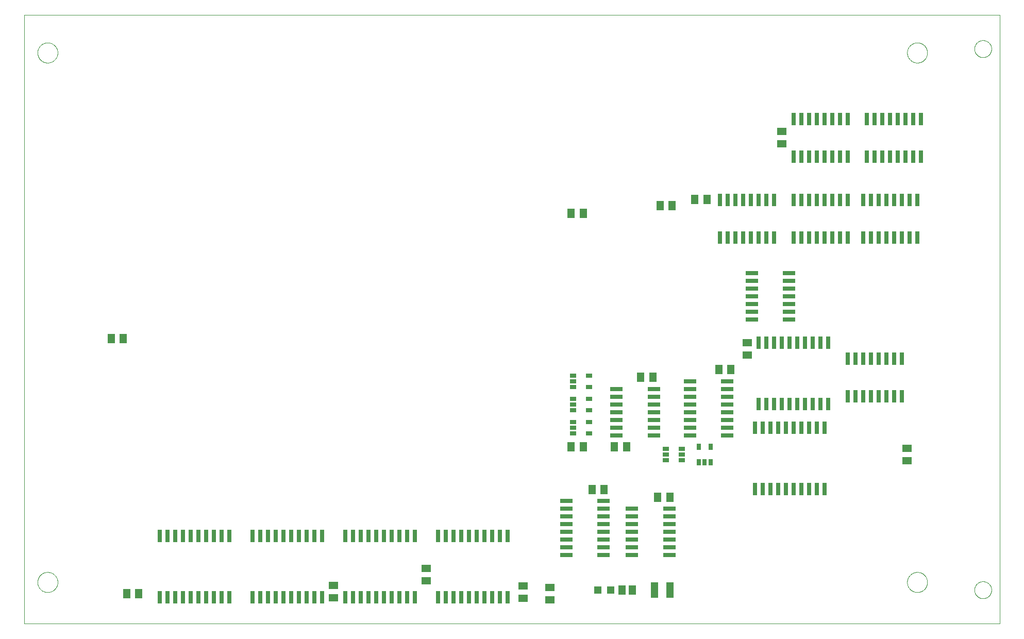
<source format=gtp>
G75*
%MOIN*%
%OFA0B0*%
%FSLAX25Y25*%
%IPPOS*%
%LPD*%
%AMOC8*
5,1,8,0,0,1.08239X$1,22.5*
%
%ADD10R,0.08000X0.02600*%
%ADD11R,0.02600X0.08000*%
%ADD12C,0.00000*%
%ADD13R,0.02717X0.03898*%
%ADD14R,0.03898X0.02717*%
%ADD15R,0.05118X0.06299*%
%ADD16R,0.06299X0.05118*%
%ADD17R,0.05118X0.05906*%
%ADD18R,0.04724X0.04724*%
%ADD19R,0.05000X0.10000*%
D10*
X0398733Y0118600D03*
X0398733Y0123600D03*
X0398733Y0128600D03*
X0398733Y0133600D03*
X0398733Y0138600D03*
X0398733Y0143600D03*
X0398733Y0148600D03*
X0398733Y0153600D03*
X0422933Y0153600D03*
X0422933Y0148600D03*
X0422933Y0143600D03*
X0422933Y0138600D03*
X0422933Y0133600D03*
X0422933Y0128600D03*
X0422933Y0123600D03*
X0422933Y0118600D03*
X0441233Y0118600D03*
X0441233Y0123600D03*
X0441233Y0128600D03*
X0441233Y0133600D03*
X0441233Y0138600D03*
X0441233Y0143600D03*
X0441233Y0148600D03*
X0465433Y0148600D03*
X0465433Y0143600D03*
X0465433Y0138600D03*
X0465433Y0133600D03*
X0465433Y0128600D03*
X0465433Y0123600D03*
X0465433Y0118600D03*
X0455433Y0196100D03*
X0455433Y0201100D03*
X0455433Y0206100D03*
X0455433Y0211100D03*
X0455433Y0216100D03*
X0455433Y0221100D03*
X0455433Y0226100D03*
X0478733Y0226100D03*
X0478733Y0221100D03*
X0478733Y0216100D03*
X0478733Y0211100D03*
X0478733Y0206100D03*
X0478733Y0201100D03*
X0478733Y0196100D03*
X0502933Y0196100D03*
X0502933Y0201100D03*
X0502933Y0206100D03*
X0502933Y0211100D03*
X0502933Y0216100D03*
X0502933Y0221100D03*
X0502933Y0226100D03*
X0502933Y0231100D03*
X0478733Y0231100D03*
X0431233Y0226100D03*
X0431233Y0221100D03*
X0431233Y0216100D03*
X0431233Y0211100D03*
X0431233Y0206100D03*
X0431233Y0201100D03*
X0431233Y0196100D03*
X0518733Y0271100D03*
X0518733Y0276100D03*
X0518733Y0281100D03*
X0518733Y0286100D03*
X0518733Y0291100D03*
X0518733Y0296100D03*
X0518733Y0301100D03*
X0542933Y0301100D03*
X0542933Y0296100D03*
X0542933Y0291100D03*
X0542933Y0286100D03*
X0542933Y0281100D03*
X0542933Y0276100D03*
X0542933Y0271100D03*
D11*
X0543333Y0255900D03*
X0538333Y0255900D03*
X0533333Y0255900D03*
X0528333Y0255900D03*
X0523333Y0255900D03*
X0548333Y0255900D03*
X0553333Y0255900D03*
X0558333Y0255900D03*
X0563333Y0255900D03*
X0568333Y0255900D03*
X0580833Y0245700D03*
X0585833Y0245700D03*
X0590833Y0245700D03*
X0595833Y0245700D03*
X0600833Y0245700D03*
X0605833Y0245700D03*
X0610833Y0245700D03*
X0615833Y0245700D03*
X0615833Y0221500D03*
X0610833Y0221500D03*
X0605833Y0221500D03*
X0600833Y0221500D03*
X0595833Y0221500D03*
X0590833Y0221500D03*
X0585833Y0221500D03*
X0580833Y0221500D03*
X0568333Y0216300D03*
X0563333Y0216300D03*
X0558333Y0216300D03*
X0553333Y0216300D03*
X0548333Y0216300D03*
X0543333Y0216300D03*
X0538333Y0216300D03*
X0533333Y0216300D03*
X0528333Y0216300D03*
X0523333Y0216300D03*
X0520833Y0200900D03*
X0525833Y0200900D03*
X0530833Y0200900D03*
X0535833Y0200900D03*
X0540833Y0200900D03*
X0545833Y0200900D03*
X0550833Y0200900D03*
X0555833Y0200900D03*
X0560833Y0200900D03*
X0565833Y0200900D03*
X0565833Y0161300D03*
X0560833Y0161300D03*
X0555833Y0161300D03*
X0550833Y0161300D03*
X0545833Y0161300D03*
X0540833Y0161300D03*
X0535833Y0161300D03*
X0530833Y0161300D03*
X0525833Y0161300D03*
X0520833Y0161300D03*
X0360833Y0130900D03*
X0355833Y0130900D03*
X0350833Y0130900D03*
X0345833Y0130900D03*
X0340833Y0130900D03*
X0335833Y0130900D03*
X0330833Y0130900D03*
X0325833Y0130900D03*
X0320833Y0130900D03*
X0315833Y0130900D03*
X0300833Y0130900D03*
X0295833Y0130900D03*
X0290833Y0130900D03*
X0285833Y0130900D03*
X0280833Y0130900D03*
X0275833Y0130900D03*
X0270833Y0130900D03*
X0265833Y0130900D03*
X0260833Y0130900D03*
X0255833Y0130900D03*
X0240833Y0130900D03*
X0235833Y0130900D03*
X0230833Y0130900D03*
X0225833Y0130900D03*
X0220833Y0130900D03*
X0215833Y0130900D03*
X0210833Y0130900D03*
X0205833Y0130900D03*
X0200833Y0130900D03*
X0195833Y0130900D03*
X0180833Y0130900D03*
X0175833Y0130900D03*
X0170833Y0130900D03*
X0165833Y0130900D03*
X0160833Y0130900D03*
X0155833Y0130900D03*
X0150833Y0130900D03*
X0145833Y0130900D03*
X0140833Y0130900D03*
X0135833Y0130900D03*
X0135833Y0091300D03*
X0140833Y0091300D03*
X0145833Y0091300D03*
X0150833Y0091300D03*
X0155833Y0091300D03*
X0160833Y0091300D03*
X0165833Y0091300D03*
X0170833Y0091300D03*
X0175833Y0091300D03*
X0180833Y0091300D03*
X0195833Y0091300D03*
X0200833Y0091300D03*
X0205833Y0091300D03*
X0210833Y0091300D03*
X0215833Y0091300D03*
X0220833Y0091300D03*
X0225833Y0091300D03*
X0230833Y0091300D03*
X0235833Y0091300D03*
X0240833Y0091300D03*
X0255833Y0091300D03*
X0260833Y0091300D03*
X0265833Y0091300D03*
X0270833Y0091300D03*
X0275833Y0091300D03*
X0280833Y0091300D03*
X0285833Y0091300D03*
X0290833Y0091300D03*
X0295833Y0091300D03*
X0300833Y0091300D03*
X0315833Y0091300D03*
X0320833Y0091300D03*
X0325833Y0091300D03*
X0330833Y0091300D03*
X0335833Y0091300D03*
X0340833Y0091300D03*
X0345833Y0091300D03*
X0350833Y0091300D03*
X0355833Y0091300D03*
X0360833Y0091300D03*
X0498333Y0324000D03*
X0503333Y0324000D03*
X0508333Y0324000D03*
X0513333Y0324000D03*
X0518333Y0324000D03*
X0523333Y0324000D03*
X0528333Y0324000D03*
X0533333Y0324000D03*
X0545833Y0324000D03*
X0550833Y0324000D03*
X0555833Y0324000D03*
X0560833Y0324000D03*
X0565833Y0324000D03*
X0570833Y0324000D03*
X0575833Y0324000D03*
X0580833Y0324000D03*
X0590833Y0324000D03*
X0595833Y0324000D03*
X0600833Y0324000D03*
X0605833Y0324000D03*
X0610833Y0324000D03*
X0615833Y0324000D03*
X0620833Y0324000D03*
X0625833Y0324000D03*
X0625833Y0348200D03*
X0620833Y0348200D03*
X0615833Y0348200D03*
X0610833Y0348200D03*
X0605833Y0348200D03*
X0600833Y0348200D03*
X0595833Y0348200D03*
X0590833Y0348200D03*
X0580833Y0348200D03*
X0575833Y0348200D03*
X0570833Y0348200D03*
X0565833Y0348200D03*
X0560833Y0348200D03*
X0555833Y0348200D03*
X0550833Y0348200D03*
X0545833Y0348200D03*
X0533333Y0348200D03*
X0528333Y0348200D03*
X0523333Y0348200D03*
X0518333Y0348200D03*
X0513333Y0348200D03*
X0508333Y0348200D03*
X0503333Y0348200D03*
X0498333Y0348200D03*
X0545833Y0376500D03*
X0550833Y0376500D03*
X0555833Y0376500D03*
X0560833Y0376500D03*
X0565833Y0376500D03*
X0570833Y0376500D03*
X0575833Y0376500D03*
X0580833Y0376500D03*
X0593333Y0376500D03*
X0598333Y0376500D03*
X0603333Y0376500D03*
X0608333Y0376500D03*
X0613333Y0376500D03*
X0618333Y0376500D03*
X0623333Y0376500D03*
X0628333Y0376500D03*
X0628333Y0400700D03*
X0623333Y0400700D03*
X0618333Y0400700D03*
X0613333Y0400700D03*
X0608333Y0400700D03*
X0603333Y0400700D03*
X0598333Y0400700D03*
X0593333Y0400700D03*
X0580833Y0400700D03*
X0575833Y0400700D03*
X0570833Y0400700D03*
X0565833Y0400700D03*
X0560833Y0400700D03*
X0555833Y0400700D03*
X0550833Y0400700D03*
X0545833Y0400700D03*
D12*
X0048333Y0468000D02*
X0048333Y0074200D01*
X0679333Y0074200D01*
X0679333Y0468000D01*
X0048333Y0468000D01*
X0056833Y0443600D02*
X0056835Y0443761D01*
X0056841Y0443921D01*
X0056851Y0444082D01*
X0056865Y0444242D01*
X0056883Y0444402D01*
X0056904Y0444561D01*
X0056930Y0444720D01*
X0056960Y0444878D01*
X0056993Y0445035D01*
X0057031Y0445192D01*
X0057072Y0445347D01*
X0057117Y0445501D01*
X0057166Y0445654D01*
X0057219Y0445806D01*
X0057275Y0445957D01*
X0057336Y0446106D01*
X0057399Y0446254D01*
X0057467Y0446400D01*
X0057538Y0446544D01*
X0057612Y0446686D01*
X0057690Y0446827D01*
X0057772Y0446965D01*
X0057857Y0447102D01*
X0057945Y0447236D01*
X0058037Y0447368D01*
X0058132Y0447498D01*
X0058230Y0447626D01*
X0058331Y0447751D01*
X0058435Y0447873D01*
X0058542Y0447993D01*
X0058652Y0448110D01*
X0058765Y0448225D01*
X0058881Y0448336D01*
X0059000Y0448445D01*
X0059121Y0448550D01*
X0059245Y0448653D01*
X0059371Y0448753D01*
X0059499Y0448849D01*
X0059630Y0448942D01*
X0059764Y0449032D01*
X0059899Y0449119D01*
X0060037Y0449202D01*
X0060176Y0449282D01*
X0060318Y0449358D01*
X0060461Y0449431D01*
X0060606Y0449500D01*
X0060753Y0449566D01*
X0060901Y0449628D01*
X0061051Y0449686D01*
X0061202Y0449741D01*
X0061355Y0449792D01*
X0061509Y0449839D01*
X0061664Y0449882D01*
X0061820Y0449921D01*
X0061976Y0449957D01*
X0062134Y0449988D01*
X0062292Y0450016D01*
X0062451Y0450040D01*
X0062611Y0450060D01*
X0062771Y0450076D01*
X0062931Y0450088D01*
X0063092Y0450096D01*
X0063253Y0450100D01*
X0063413Y0450100D01*
X0063574Y0450096D01*
X0063735Y0450088D01*
X0063895Y0450076D01*
X0064055Y0450060D01*
X0064215Y0450040D01*
X0064374Y0450016D01*
X0064532Y0449988D01*
X0064690Y0449957D01*
X0064846Y0449921D01*
X0065002Y0449882D01*
X0065157Y0449839D01*
X0065311Y0449792D01*
X0065464Y0449741D01*
X0065615Y0449686D01*
X0065765Y0449628D01*
X0065913Y0449566D01*
X0066060Y0449500D01*
X0066205Y0449431D01*
X0066348Y0449358D01*
X0066490Y0449282D01*
X0066629Y0449202D01*
X0066767Y0449119D01*
X0066902Y0449032D01*
X0067036Y0448942D01*
X0067167Y0448849D01*
X0067295Y0448753D01*
X0067421Y0448653D01*
X0067545Y0448550D01*
X0067666Y0448445D01*
X0067785Y0448336D01*
X0067901Y0448225D01*
X0068014Y0448110D01*
X0068124Y0447993D01*
X0068231Y0447873D01*
X0068335Y0447751D01*
X0068436Y0447626D01*
X0068534Y0447498D01*
X0068629Y0447368D01*
X0068721Y0447236D01*
X0068809Y0447102D01*
X0068894Y0446965D01*
X0068976Y0446827D01*
X0069054Y0446686D01*
X0069128Y0446544D01*
X0069199Y0446400D01*
X0069267Y0446254D01*
X0069330Y0446106D01*
X0069391Y0445957D01*
X0069447Y0445806D01*
X0069500Y0445654D01*
X0069549Y0445501D01*
X0069594Y0445347D01*
X0069635Y0445192D01*
X0069673Y0445035D01*
X0069706Y0444878D01*
X0069736Y0444720D01*
X0069762Y0444561D01*
X0069783Y0444402D01*
X0069801Y0444242D01*
X0069815Y0444082D01*
X0069825Y0443921D01*
X0069831Y0443761D01*
X0069833Y0443600D01*
X0069831Y0443439D01*
X0069825Y0443279D01*
X0069815Y0443118D01*
X0069801Y0442958D01*
X0069783Y0442798D01*
X0069762Y0442639D01*
X0069736Y0442480D01*
X0069706Y0442322D01*
X0069673Y0442165D01*
X0069635Y0442008D01*
X0069594Y0441853D01*
X0069549Y0441699D01*
X0069500Y0441546D01*
X0069447Y0441394D01*
X0069391Y0441243D01*
X0069330Y0441094D01*
X0069267Y0440946D01*
X0069199Y0440800D01*
X0069128Y0440656D01*
X0069054Y0440514D01*
X0068976Y0440373D01*
X0068894Y0440235D01*
X0068809Y0440098D01*
X0068721Y0439964D01*
X0068629Y0439832D01*
X0068534Y0439702D01*
X0068436Y0439574D01*
X0068335Y0439449D01*
X0068231Y0439327D01*
X0068124Y0439207D01*
X0068014Y0439090D01*
X0067901Y0438975D01*
X0067785Y0438864D01*
X0067666Y0438755D01*
X0067545Y0438650D01*
X0067421Y0438547D01*
X0067295Y0438447D01*
X0067167Y0438351D01*
X0067036Y0438258D01*
X0066902Y0438168D01*
X0066767Y0438081D01*
X0066629Y0437998D01*
X0066490Y0437918D01*
X0066348Y0437842D01*
X0066205Y0437769D01*
X0066060Y0437700D01*
X0065913Y0437634D01*
X0065765Y0437572D01*
X0065615Y0437514D01*
X0065464Y0437459D01*
X0065311Y0437408D01*
X0065157Y0437361D01*
X0065002Y0437318D01*
X0064846Y0437279D01*
X0064690Y0437243D01*
X0064532Y0437212D01*
X0064374Y0437184D01*
X0064215Y0437160D01*
X0064055Y0437140D01*
X0063895Y0437124D01*
X0063735Y0437112D01*
X0063574Y0437104D01*
X0063413Y0437100D01*
X0063253Y0437100D01*
X0063092Y0437104D01*
X0062931Y0437112D01*
X0062771Y0437124D01*
X0062611Y0437140D01*
X0062451Y0437160D01*
X0062292Y0437184D01*
X0062134Y0437212D01*
X0061976Y0437243D01*
X0061820Y0437279D01*
X0061664Y0437318D01*
X0061509Y0437361D01*
X0061355Y0437408D01*
X0061202Y0437459D01*
X0061051Y0437514D01*
X0060901Y0437572D01*
X0060753Y0437634D01*
X0060606Y0437700D01*
X0060461Y0437769D01*
X0060318Y0437842D01*
X0060176Y0437918D01*
X0060037Y0437998D01*
X0059899Y0438081D01*
X0059764Y0438168D01*
X0059630Y0438258D01*
X0059499Y0438351D01*
X0059371Y0438447D01*
X0059245Y0438547D01*
X0059121Y0438650D01*
X0059000Y0438755D01*
X0058881Y0438864D01*
X0058765Y0438975D01*
X0058652Y0439090D01*
X0058542Y0439207D01*
X0058435Y0439327D01*
X0058331Y0439449D01*
X0058230Y0439574D01*
X0058132Y0439702D01*
X0058037Y0439832D01*
X0057945Y0439964D01*
X0057857Y0440098D01*
X0057772Y0440235D01*
X0057690Y0440373D01*
X0057612Y0440514D01*
X0057538Y0440656D01*
X0057467Y0440800D01*
X0057399Y0440946D01*
X0057336Y0441094D01*
X0057275Y0441243D01*
X0057219Y0441394D01*
X0057166Y0441546D01*
X0057117Y0441699D01*
X0057072Y0441853D01*
X0057031Y0442008D01*
X0056993Y0442165D01*
X0056960Y0442322D01*
X0056930Y0442480D01*
X0056904Y0442639D01*
X0056883Y0442798D01*
X0056865Y0442958D01*
X0056851Y0443118D01*
X0056841Y0443279D01*
X0056835Y0443439D01*
X0056833Y0443600D01*
X0056833Y0101100D02*
X0056835Y0101261D01*
X0056841Y0101421D01*
X0056851Y0101582D01*
X0056865Y0101742D01*
X0056883Y0101902D01*
X0056904Y0102061D01*
X0056930Y0102220D01*
X0056960Y0102378D01*
X0056993Y0102535D01*
X0057031Y0102692D01*
X0057072Y0102847D01*
X0057117Y0103001D01*
X0057166Y0103154D01*
X0057219Y0103306D01*
X0057275Y0103457D01*
X0057336Y0103606D01*
X0057399Y0103754D01*
X0057467Y0103900D01*
X0057538Y0104044D01*
X0057612Y0104186D01*
X0057690Y0104327D01*
X0057772Y0104465D01*
X0057857Y0104602D01*
X0057945Y0104736D01*
X0058037Y0104868D01*
X0058132Y0104998D01*
X0058230Y0105126D01*
X0058331Y0105251D01*
X0058435Y0105373D01*
X0058542Y0105493D01*
X0058652Y0105610D01*
X0058765Y0105725D01*
X0058881Y0105836D01*
X0059000Y0105945D01*
X0059121Y0106050D01*
X0059245Y0106153D01*
X0059371Y0106253D01*
X0059499Y0106349D01*
X0059630Y0106442D01*
X0059764Y0106532D01*
X0059899Y0106619D01*
X0060037Y0106702D01*
X0060176Y0106782D01*
X0060318Y0106858D01*
X0060461Y0106931D01*
X0060606Y0107000D01*
X0060753Y0107066D01*
X0060901Y0107128D01*
X0061051Y0107186D01*
X0061202Y0107241D01*
X0061355Y0107292D01*
X0061509Y0107339D01*
X0061664Y0107382D01*
X0061820Y0107421D01*
X0061976Y0107457D01*
X0062134Y0107488D01*
X0062292Y0107516D01*
X0062451Y0107540D01*
X0062611Y0107560D01*
X0062771Y0107576D01*
X0062931Y0107588D01*
X0063092Y0107596D01*
X0063253Y0107600D01*
X0063413Y0107600D01*
X0063574Y0107596D01*
X0063735Y0107588D01*
X0063895Y0107576D01*
X0064055Y0107560D01*
X0064215Y0107540D01*
X0064374Y0107516D01*
X0064532Y0107488D01*
X0064690Y0107457D01*
X0064846Y0107421D01*
X0065002Y0107382D01*
X0065157Y0107339D01*
X0065311Y0107292D01*
X0065464Y0107241D01*
X0065615Y0107186D01*
X0065765Y0107128D01*
X0065913Y0107066D01*
X0066060Y0107000D01*
X0066205Y0106931D01*
X0066348Y0106858D01*
X0066490Y0106782D01*
X0066629Y0106702D01*
X0066767Y0106619D01*
X0066902Y0106532D01*
X0067036Y0106442D01*
X0067167Y0106349D01*
X0067295Y0106253D01*
X0067421Y0106153D01*
X0067545Y0106050D01*
X0067666Y0105945D01*
X0067785Y0105836D01*
X0067901Y0105725D01*
X0068014Y0105610D01*
X0068124Y0105493D01*
X0068231Y0105373D01*
X0068335Y0105251D01*
X0068436Y0105126D01*
X0068534Y0104998D01*
X0068629Y0104868D01*
X0068721Y0104736D01*
X0068809Y0104602D01*
X0068894Y0104465D01*
X0068976Y0104327D01*
X0069054Y0104186D01*
X0069128Y0104044D01*
X0069199Y0103900D01*
X0069267Y0103754D01*
X0069330Y0103606D01*
X0069391Y0103457D01*
X0069447Y0103306D01*
X0069500Y0103154D01*
X0069549Y0103001D01*
X0069594Y0102847D01*
X0069635Y0102692D01*
X0069673Y0102535D01*
X0069706Y0102378D01*
X0069736Y0102220D01*
X0069762Y0102061D01*
X0069783Y0101902D01*
X0069801Y0101742D01*
X0069815Y0101582D01*
X0069825Y0101421D01*
X0069831Y0101261D01*
X0069833Y0101100D01*
X0069831Y0100939D01*
X0069825Y0100779D01*
X0069815Y0100618D01*
X0069801Y0100458D01*
X0069783Y0100298D01*
X0069762Y0100139D01*
X0069736Y0099980D01*
X0069706Y0099822D01*
X0069673Y0099665D01*
X0069635Y0099508D01*
X0069594Y0099353D01*
X0069549Y0099199D01*
X0069500Y0099046D01*
X0069447Y0098894D01*
X0069391Y0098743D01*
X0069330Y0098594D01*
X0069267Y0098446D01*
X0069199Y0098300D01*
X0069128Y0098156D01*
X0069054Y0098014D01*
X0068976Y0097873D01*
X0068894Y0097735D01*
X0068809Y0097598D01*
X0068721Y0097464D01*
X0068629Y0097332D01*
X0068534Y0097202D01*
X0068436Y0097074D01*
X0068335Y0096949D01*
X0068231Y0096827D01*
X0068124Y0096707D01*
X0068014Y0096590D01*
X0067901Y0096475D01*
X0067785Y0096364D01*
X0067666Y0096255D01*
X0067545Y0096150D01*
X0067421Y0096047D01*
X0067295Y0095947D01*
X0067167Y0095851D01*
X0067036Y0095758D01*
X0066902Y0095668D01*
X0066767Y0095581D01*
X0066629Y0095498D01*
X0066490Y0095418D01*
X0066348Y0095342D01*
X0066205Y0095269D01*
X0066060Y0095200D01*
X0065913Y0095134D01*
X0065765Y0095072D01*
X0065615Y0095014D01*
X0065464Y0094959D01*
X0065311Y0094908D01*
X0065157Y0094861D01*
X0065002Y0094818D01*
X0064846Y0094779D01*
X0064690Y0094743D01*
X0064532Y0094712D01*
X0064374Y0094684D01*
X0064215Y0094660D01*
X0064055Y0094640D01*
X0063895Y0094624D01*
X0063735Y0094612D01*
X0063574Y0094604D01*
X0063413Y0094600D01*
X0063253Y0094600D01*
X0063092Y0094604D01*
X0062931Y0094612D01*
X0062771Y0094624D01*
X0062611Y0094640D01*
X0062451Y0094660D01*
X0062292Y0094684D01*
X0062134Y0094712D01*
X0061976Y0094743D01*
X0061820Y0094779D01*
X0061664Y0094818D01*
X0061509Y0094861D01*
X0061355Y0094908D01*
X0061202Y0094959D01*
X0061051Y0095014D01*
X0060901Y0095072D01*
X0060753Y0095134D01*
X0060606Y0095200D01*
X0060461Y0095269D01*
X0060318Y0095342D01*
X0060176Y0095418D01*
X0060037Y0095498D01*
X0059899Y0095581D01*
X0059764Y0095668D01*
X0059630Y0095758D01*
X0059499Y0095851D01*
X0059371Y0095947D01*
X0059245Y0096047D01*
X0059121Y0096150D01*
X0059000Y0096255D01*
X0058881Y0096364D01*
X0058765Y0096475D01*
X0058652Y0096590D01*
X0058542Y0096707D01*
X0058435Y0096827D01*
X0058331Y0096949D01*
X0058230Y0097074D01*
X0058132Y0097202D01*
X0058037Y0097332D01*
X0057945Y0097464D01*
X0057857Y0097598D01*
X0057772Y0097735D01*
X0057690Y0097873D01*
X0057612Y0098014D01*
X0057538Y0098156D01*
X0057467Y0098300D01*
X0057399Y0098446D01*
X0057336Y0098594D01*
X0057275Y0098743D01*
X0057219Y0098894D01*
X0057166Y0099046D01*
X0057117Y0099199D01*
X0057072Y0099353D01*
X0057031Y0099508D01*
X0056993Y0099665D01*
X0056960Y0099822D01*
X0056930Y0099980D01*
X0056904Y0100139D01*
X0056883Y0100298D01*
X0056865Y0100458D01*
X0056851Y0100618D01*
X0056841Y0100779D01*
X0056835Y0100939D01*
X0056833Y0101100D01*
X0619333Y0101100D02*
X0619335Y0101261D01*
X0619341Y0101421D01*
X0619351Y0101582D01*
X0619365Y0101742D01*
X0619383Y0101902D01*
X0619404Y0102061D01*
X0619430Y0102220D01*
X0619460Y0102378D01*
X0619493Y0102535D01*
X0619531Y0102692D01*
X0619572Y0102847D01*
X0619617Y0103001D01*
X0619666Y0103154D01*
X0619719Y0103306D01*
X0619775Y0103457D01*
X0619836Y0103606D01*
X0619899Y0103754D01*
X0619967Y0103900D01*
X0620038Y0104044D01*
X0620112Y0104186D01*
X0620190Y0104327D01*
X0620272Y0104465D01*
X0620357Y0104602D01*
X0620445Y0104736D01*
X0620537Y0104868D01*
X0620632Y0104998D01*
X0620730Y0105126D01*
X0620831Y0105251D01*
X0620935Y0105373D01*
X0621042Y0105493D01*
X0621152Y0105610D01*
X0621265Y0105725D01*
X0621381Y0105836D01*
X0621500Y0105945D01*
X0621621Y0106050D01*
X0621745Y0106153D01*
X0621871Y0106253D01*
X0621999Y0106349D01*
X0622130Y0106442D01*
X0622264Y0106532D01*
X0622399Y0106619D01*
X0622537Y0106702D01*
X0622676Y0106782D01*
X0622818Y0106858D01*
X0622961Y0106931D01*
X0623106Y0107000D01*
X0623253Y0107066D01*
X0623401Y0107128D01*
X0623551Y0107186D01*
X0623702Y0107241D01*
X0623855Y0107292D01*
X0624009Y0107339D01*
X0624164Y0107382D01*
X0624320Y0107421D01*
X0624476Y0107457D01*
X0624634Y0107488D01*
X0624792Y0107516D01*
X0624951Y0107540D01*
X0625111Y0107560D01*
X0625271Y0107576D01*
X0625431Y0107588D01*
X0625592Y0107596D01*
X0625753Y0107600D01*
X0625913Y0107600D01*
X0626074Y0107596D01*
X0626235Y0107588D01*
X0626395Y0107576D01*
X0626555Y0107560D01*
X0626715Y0107540D01*
X0626874Y0107516D01*
X0627032Y0107488D01*
X0627190Y0107457D01*
X0627346Y0107421D01*
X0627502Y0107382D01*
X0627657Y0107339D01*
X0627811Y0107292D01*
X0627964Y0107241D01*
X0628115Y0107186D01*
X0628265Y0107128D01*
X0628413Y0107066D01*
X0628560Y0107000D01*
X0628705Y0106931D01*
X0628848Y0106858D01*
X0628990Y0106782D01*
X0629129Y0106702D01*
X0629267Y0106619D01*
X0629402Y0106532D01*
X0629536Y0106442D01*
X0629667Y0106349D01*
X0629795Y0106253D01*
X0629921Y0106153D01*
X0630045Y0106050D01*
X0630166Y0105945D01*
X0630285Y0105836D01*
X0630401Y0105725D01*
X0630514Y0105610D01*
X0630624Y0105493D01*
X0630731Y0105373D01*
X0630835Y0105251D01*
X0630936Y0105126D01*
X0631034Y0104998D01*
X0631129Y0104868D01*
X0631221Y0104736D01*
X0631309Y0104602D01*
X0631394Y0104465D01*
X0631476Y0104327D01*
X0631554Y0104186D01*
X0631628Y0104044D01*
X0631699Y0103900D01*
X0631767Y0103754D01*
X0631830Y0103606D01*
X0631891Y0103457D01*
X0631947Y0103306D01*
X0632000Y0103154D01*
X0632049Y0103001D01*
X0632094Y0102847D01*
X0632135Y0102692D01*
X0632173Y0102535D01*
X0632206Y0102378D01*
X0632236Y0102220D01*
X0632262Y0102061D01*
X0632283Y0101902D01*
X0632301Y0101742D01*
X0632315Y0101582D01*
X0632325Y0101421D01*
X0632331Y0101261D01*
X0632333Y0101100D01*
X0632331Y0100939D01*
X0632325Y0100779D01*
X0632315Y0100618D01*
X0632301Y0100458D01*
X0632283Y0100298D01*
X0632262Y0100139D01*
X0632236Y0099980D01*
X0632206Y0099822D01*
X0632173Y0099665D01*
X0632135Y0099508D01*
X0632094Y0099353D01*
X0632049Y0099199D01*
X0632000Y0099046D01*
X0631947Y0098894D01*
X0631891Y0098743D01*
X0631830Y0098594D01*
X0631767Y0098446D01*
X0631699Y0098300D01*
X0631628Y0098156D01*
X0631554Y0098014D01*
X0631476Y0097873D01*
X0631394Y0097735D01*
X0631309Y0097598D01*
X0631221Y0097464D01*
X0631129Y0097332D01*
X0631034Y0097202D01*
X0630936Y0097074D01*
X0630835Y0096949D01*
X0630731Y0096827D01*
X0630624Y0096707D01*
X0630514Y0096590D01*
X0630401Y0096475D01*
X0630285Y0096364D01*
X0630166Y0096255D01*
X0630045Y0096150D01*
X0629921Y0096047D01*
X0629795Y0095947D01*
X0629667Y0095851D01*
X0629536Y0095758D01*
X0629402Y0095668D01*
X0629267Y0095581D01*
X0629129Y0095498D01*
X0628990Y0095418D01*
X0628848Y0095342D01*
X0628705Y0095269D01*
X0628560Y0095200D01*
X0628413Y0095134D01*
X0628265Y0095072D01*
X0628115Y0095014D01*
X0627964Y0094959D01*
X0627811Y0094908D01*
X0627657Y0094861D01*
X0627502Y0094818D01*
X0627346Y0094779D01*
X0627190Y0094743D01*
X0627032Y0094712D01*
X0626874Y0094684D01*
X0626715Y0094660D01*
X0626555Y0094640D01*
X0626395Y0094624D01*
X0626235Y0094612D01*
X0626074Y0094604D01*
X0625913Y0094600D01*
X0625753Y0094600D01*
X0625592Y0094604D01*
X0625431Y0094612D01*
X0625271Y0094624D01*
X0625111Y0094640D01*
X0624951Y0094660D01*
X0624792Y0094684D01*
X0624634Y0094712D01*
X0624476Y0094743D01*
X0624320Y0094779D01*
X0624164Y0094818D01*
X0624009Y0094861D01*
X0623855Y0094908D01*
X0623702Y0094959D01*
X0623551Y0095014D01*
X0623401Y0095072D01*
X0623253Y0095134D01*
X0623106Y0095200D01*
X0622961Y0095269D01*
X0622818Y0095342D01*
X0622676Y0095418D01*
X0622537Y0095498D01*
X0622399Y0095581D01*
X0622264Y0095668D01*
X0622130Y0095758D01*
X0621999Y0095851D01*
X0621871Y0095947D01*
X0621745Y0096047D01*
X0621621Y0096150D01*
X0621500Y0096255D01*
X0621381Y0096364D01*
X0621265Y0096475D01*
X0621152Y0096590D01*
X0621042Y0096707D01*
X0620935Y0096827D01*
X0620831Y0096949D01*
X0620730Y0097074D01*
X0620632Y0097202D01*
X0620537Y0097332D01*
X0620445Y0097464D01*
X0620357Y0097598D01*
X0620272Y0097735D01*
X0620190Y0097873D01*
X0620112Y0098014D01*
X0620038Y0098156D01*
X0619967Y0098300D01*
X0619899Y0098446D01*
X0619836Y0098594D01*
X0619775Y0098743D01*
X0619719Y0098894D01*
X0619666Y0099046D01*
X0619617Y0099199D01*
X0619572Y0099353D01*
X0619531Y0099508D01*
X0619493Y0099665D01*
X0619460Y0099822D01*
X0619430Y0099980D01*
X0619404Y0100139D01*
X0619383Y0100298D01*
X0619365Y0100458D01*
X0619351Y0100618D01*
X0619341Y0100779D01*
X0619335Y0100939D01*
X0619333Y0101100D01*
X0662833Y0096100D02*
X0662835Y0096248D01*
X0662841Y0096396D01*
X0662851Y0096544D01*
X0662865Y0096692D01*
X0662883Y0096839D01*
X0662905Y0096986D01*
X0662931Y0097132D01*
X0662960Y0097277D01*
X0662994Y0097422D01*
X0663032Y0097565D01*
X0663073Y0097708D01*
X0663118Y0097849D01*
X0663168Y0097989D01*
X0663220Y0098127D01*
X0663277Y0098265D01*
X0663337Y0098400D01*
X0663401Y0098534D01*
X0663468Y0098666D01*
X0663539Y0098796D01*
X0663614Y0098925D01*
X0663692Y0099051D01*
X0663773Y0099175D01*
X0663857Y0099297D01*
X0663945Y0099416D01*
X0664036Y0099533D01*
X0664130Y0099648D01*
X0664228Y0099760D01*
X0664328Y0099869D01*
X0664431Y0099976D01*
X0664537Y0100080D01*
X0664645Y0100181D01*
X0664757Y0100279D01*
X0664871Y0100374D01*
X0664987Y0100465D01*
X0665106Y0100554D01*
X0665227Y0100639D01*
X0665351Y0100721D01*
X0665477Y0100800D01*
X0665604Y0100875D01*
X0665734Y0100947D01*
X0665866Y0101016D01*
X0665999Y0101080D01*
X0666134Y0101141D01*
X0666271Y0101199D01*
X0666409Y0101253D01*
X0666549Y0101303D01*
X0666690Y0101349D01*
X0666832Y0101391D01*
X0666975Y0101430D01*
X0667119Y0101464D01*
X0667265Y0101495D01*
X0667410Y0101522D01*
X0667557Y0101545D01*
X0667704Y0101564D01*
X0667852Y0101579D01*
X0667999Y0101590D01*
X0668148Y0101597D01*
X0668296Y0101600D01*
X0668444Y0101599D01*
X0668592Y0101594D01*
X0668740Y0101585D01*
X0668888Y0101572D01*
X0669036Y0101555D01*
X0669182Y0101534D01*
X0669329Y0101509D01*
X0669474Y0101480D01*
X0669619Y0101448D01*
X0669762Y0101411D01*
X0669905Y0101371D01*
X0670047Y0101326D01*
X0670187Y0101278D01*
X0670326Y0101226D01*
X0670463Y0101171D01*
X0670599Y0101111D01*
X0670734Y0101048D01*
X0670866Y0100982D01*
X0670997Y0100912D01*
X0671126Y0100838D01*
X0671252Y0100761D01*
X0671377Y0100681D01*
X0671499Y0100597D01*
X0671620Y0100510D01*
X0671737Y0100420D01*
X0671853Y0100326D01*
X0671965Y0100230D01*
X0672075Y0100131D01*
X0672183Y0100028D01*
X0672287Y0099923D01*
X0672389Y0099815D01*
X0672487Y0099704D01*
X0672583Y0099591D01*
X0672676Y0099475D01*
X0672765Y0099357D01*
X0672851Y0099236D01*
X0672934Y0099113D01*
X0673014Y0098988D01*
X0673090Y0098861D01*
X0673163Y0098731D01*
X0673232Y0098600D01*
X0673297Y0098467D01*
X0673360Y0098333D01*
X0673418Y0098196D01*
X0673473Y0098058D01*
X0673523Y0097919D01*
X0673571Y0097778D01*
X0673614Y0097637D01*
X0673654Y0097494D01*
X0673689Y0097350D01*
X0673721Y0097205D01*
X0673749Y0097059D01*
X0673773Y0096913D01*
X0673793Y0096766D01*
X0673809Y0096618D01*
X0673821Y0096471D01*
X0673829Y0096322D01*
X0673833Y0096174D01*
X0673833Y0096026D01*
X0673829Y0095878D01*
X0673821Y0095729D01*
X0673809Y0095582D01*
X0673793Y0095434D01*
X0673773Y0095287D01*
X0673749Y0095141D01*
X0673721Y0094995D01*
X0673689Y0094850D01*
X0673654Y0094706D01*
X0673614Y0094563D01*
X0673571Y0094422D01*
X0673523Y0094281D01*
X0673473Y0094142D01*
X0673418Y0094004D01*
X0673360Y0093867D01*
X0673297Y0093733D01*
X0673232Y0093600D01*
X0673163Y0093469D01*
X0673090Y0093339D01*
X0673014Y0093212D01*
X0672934Y0093087D01*
X0672851Y0092964D01*
X0672765Y0092843D01*
X0672676Y0092725D01*
X0672583Y0092609D01*
X0672487Y0092496D01*
X0672389Y0092385D01*
X0672287Y0092277D01*
X0672183Y0092172D01*
X0672075Y0092069D01*
X0671965Y0091970D01*
X0671853Y0091874D01*
X0671737Y0091780D01*
X0671620Y0091690D01*
X0671499Y0091603D01*
X0671377Y0091519D01*
X0671252Y0091439D01*
X0671126Y0091362D01*
X0670997Y0091288D01*
X0670866Y0091218D01*
X0670734Y0091152D01*
X0670599Y0091089D01*
X0670463Y0091029D01*
X0670326Y0090974D01*
X0670187Y0090922D01*
X0670047Y0090874D01*
X0669905Y0090829D01*
X0669762Y0090789D01*
X0669619Y0090752D01*
X0669474Y0090720D01*
X0669329Y0090691D01*
X0669182Y0090666D01*
X0669036Y0090645D01*
X0668888Y0090628D01*
X0668740Y0090615D01*
X0668592Y0090606D01*
X0668444Y0090601D01*
X0668296Y0090600D01*
X0668148Y0090603D01*
X0667999Y0090610D01*
X0667852Y0090621D01*
X0667704Y0090636D01*
X0667557Y0090655D01*
X0667410Y0090678D01*
X0667265Y0090705D01*
X0667119Y0090736D01*
X0666975Y0090770D01*
X0666832Y0090809D01*
X0666690Y0090851D01*
X0666549Y0090897D01*
X0666409Y0090947D01*
X0666271Y0091001D01*
X0666134Y0091059D01*
X0665999Y0091120D01*
X0665866Y0091184D01*
X0665734Y0091253D01*
X0665604Y0091325D01*
X0665477Y0091400D01*
X0665351Y0091479D01*
X0665227Y0091561D01*
X0665106Y0091646D01*
X0664987Y0091735D01*
X0664871Y0091826D01*
X0664757Y0091921D01*
X0664645Y0092019D01*
X0664537Y0092120D01*
X0664431Y0092224D01*
X0664328Y0092331D01*
X0664228Y0092440D01*
X0664130Y0092552D01*
X0664036Y0092667D01*
X0663945Y0092784D01*
X0663857Y0092903D01*
X0663773Y0093025D01*
X0663692Y0093149D01*
X0663614Y0093275D01*
X0663539Y0093404D01*
X0663468Y0093534D01*
X0663401Y0093666D01*
X0663337Y0093800D01*
X0663277Y0093935D01*
X0663220Y0094073D01*
X0663168Y0094211D01*
X0663118Y0094351D01*
X0663073Y0094492D01*
X0663032Y0094635D01*
X0662994Y0094778D01*
X0662960Y0094923D01*
X0662931Y0095068D01*
X0662905Y0095214D01*
X0662883Y0095361D01*
X0662865Y0095508D01*
X0662851Y0095656D01*
X0662841Y0095804D01*
X0662835Y0095952D01*
X0662833Y0096100D01*
X0619333Y0443600D02*
X0619335Y0443761D01*
X0619341Y0443921D01*
X0619351Y0444082D01*
X0619365Y0444242D01*
X0619383Y0444402D01*
X0619404Y0444561D01*
X0619430Y0444720D01*
X0619460Y0444878D01*
X0619493Y0445035D01*
X0619531Y0445192D01*
X0619572Y0445347D01*
X0619617Y0445501D01*
X0619666Y0445654D01*
X0619719Y0445806D01*
X0619775Y0445957D01*
X0619836Y0446106D01*
X0619899Y0446254D01*
X0619967Y0446400D01*
X0620038Y0446544D01*
X0620112Y0446686D01*
X0620190Y0446827D01*
X0620272Y0446965D01*
X0620357Y0447102D01*
X0620445Y0447236D01*
X0620537Y0447368D01*
X0620632Y0447498D01*
X0620730Y0447626D01*
X0620831Y0447751D01*
X0620935Y0447873D01*
X0621042Y0447993D01*
X0621152Y0448110D01*
X0621265Y0448225D01*
X0621381Y0448336D01*
X0621500Y0448445D01*
X0621621Y0448550D01*
X0621745Y0448653D01*
X0621871Y0448753D01*
X0621999Y0448849D01*
X0622130Y0448942D01*
X0622264Y0449032D01*
X0622399Y0449119D01*
X0622537Y0449202D01*
X0622676Y0449282D01*
X0622818Y0449358D01*
X0622961Y0449431D01*
X0623106Y0449500D01*
X0623253Y0449566D01*
X0623401Y0449628D01*
X0623551Y0449686D01*
X0623702Y0449741D01*
X0623855Y0449792D01*
X0624009Y0449839D01*
X0624164Y0449882D01*
X0624320Y0449921D01*
X0624476Y0449957D01*
X0624634Y0449988D01*
X0624792Y0450016D01*
X0624951Y0450040D01*
X0625111Y0450060D01*
X0625271Y0450076D01*
X0625431Y0450088D01*
X0625592Y0450096D01*
X0625753Y0450100D01*
X0625913Y0450100D01*
X0626074Y0450096D01*
X0626235Y0450088D01*
X0626395Y0450076D01*
X0626555Y0450060D01*
X0626715Y0450040D01*
X0626874Y0450016D01*
X0627032Y0449988D01*
X0627190Y0449957D01*
X0627346Y0449921D01*
X0627502Y0449882D01*
X0627657Y0449839D01*
X0627811Y0449792D01*
X0627964Y0449741D01*
X0628115Y0449686D01*
X0628265Y0449628D01*
X0628413Y0449566D01*
X0628560Y0449500D01*
X0628705Y0449431D01*
X0628848Y0449358D01*
X0628990Y0449282D01*
X0629129Y0449202D01*
X0629267Y0449119D01*
X0629402Y0449032D01*
X0629536Y0448942D01*
X0629667Y0448849D01*
X0629795Y0448753D01*
X0629921Y0448653D01*
X0630045Y0448550D01*
X0630166Y0448445D01*
X0630285Y0448336D01*
X0630401Y0448225D01*
X0630514Y0448110D01*
X0630624Y0447993D01*
X0630731Y0447873D01*
X0630835Y0447751D01*
X0630936Y0447626D01*
X0631034Y0447498D01*
X0631129Y0447368D01*
X0631221Y0447236D01*
X0631309Y0447102D01*
X0631394Y0446965D01*
X0631476Y0446827D01*
X0631554Y0446686D01*
X0631628Y0446544D01*
X0631699Y0446400D01*
X0631767Y0446254D01*
X0631830Y0446106D01*
X0631891Y0445957D01*
X0631947Y0445806D01*
X0632000Y0445654D01*
X0632049Y0445501D01*
X0632094Y0445347D01*
X0632135Y0445192D01*
X0632173Y0445035D01*
X0632206Y0444878D01*
X0632236Y0444720D01*
X0632262Y0444561D01*
X0632283Y0444402D01*
X0632301Y0444242D01*
X0632315Y0444082D01*
X0632325Y0443921D01*
X0632331Y0443761D01*
X0632333Y0443600D01*
X0632331Y0443439D01*
X0632325Y0443279D01*
X0632315Y0443118D01*
X0632301Y0442958D01*
X0632283Y0442798D01*
X0632262Y0442639D01*
X0632236Y0442480D01*
X0632206Y0442322D01*
X0632173Y0442165D01*
X0632135Y0442008D01*
X0632094Y0441853D01*
X0632049Y0441699D01*
X0632000Y0441546D01*
X0631947Y0441394D01*
X0631891Y0441243D01*
X0631830Y0441094D01*
X0631767Y0440946D01*
X0631699Y0440800D01*
X0631628Y0440656D01*
X0631554Y0440514D01*
X0631476Y0440373D01*
X0631394Y0440235D01*
X0631309Y0440098D01*
X0631221Y0439964D01*
X0631129Y0439832D01*
X0631034Y0439702D01*
X0630936Y0439574D01*
X0630835Y0439449D01*
X0630731Y0439327D01*
X0630624Y0439207D01*
X0630514Y0439090D01*
X0630401Y0438975D01*
X0630285Y0438864D01*
X0630166Y0438755D01*
X0630045Y0438650D01*
X0629921Y0438547D01*
X0629795Y0438447D01*
X0629667Y0438351D01*
X0629536Y0438258D01*
X0629402Y0438168D01*
X0629267Y0438081D01*
X0629129Y0437998D01*
X0628990Y0437918D01*
X0628848Y0437842D01*
X0628705Y0437769D01*
X0628560Y0437700D01*
X0628413Y0437634D01*
X0628265Y0437572D01*
X0628115Y0437514D01*
X0627964Y0437459D01*
X0627811Y0437408D01*
X0627657Y0437361D01*
X0627502Y0437318D01*
X0627346Y0437279D01*
X0627190Y0437243D01*
X0627032Y0437212D01*
X0626874Y0437184D01*
X0626715Y0437160D01*
X0626555Y0437140D01*
X0626395Y0437124D01*
X0626235Y0437112D01*
X0626074Y0437104D01*
X0625913Y0437100D01*
X0625753Y0437100D01*
X0625592Y0437104D01*
X0625431Y0437112D01*
X0625271Y0437124D01*
X0625111Y0437140D01*
X0624951Y0437160D01*
X0624792Y0437184D01*
X0624634Y0437212D01*
X0624476Y0437243D01*
X0624320Y0437279D01*
X0624164Y0437318D01*
X0624009Y0437361D01*
X0623855Y0437408D01*
X0623702Y0437459D01*
X0623551Y0437514D01*
X0623401Y0437572D01*
X0623253Y0437634D01*
X0623106Y0437700D01*
X0622961Y0437769D01*
X0622818Y0437842D01*
X0622676Y0437918D01*
X0622537Y0437998D01*
X0622399Y0438081D01*
X0622264Y0438168D01*
X0622130Y0438258D01*
X0621999Y0438351D01*
X0621871Y0438447D01*
X0621745Y0438547D01*
X0621621Y0438650D01*
X0621500Y0438755D01*
X0621381Y0438864D01*
X0621265Y0438975D01*
X0621152Y0439090D01*
X0621042Y0439207D01*
X0620935Y0439327D01*
X0620831Y0439449D01*
X0620730Y0439574D01*
X0620632Y0439702D01*
X0620537Y0439832D01*
X0620445Y0439964D01*
X0620357Y0440098D01*
X0620272Y0440235D01*
X0620190Y0440373D01*
X0620112Y0440514D01*
X0620038Y0440656D01*
X0619967Y0440800D01*
X0619899Y0440946D01*
X0619836Y0441094D01*
X0619775Y0441243D01*
X0619719Y0441394D01*
X0619666Y0441546D01*
X0619617Y0441699D01*
X0619572Y0441853D01*
X0619531Y0442008D01*
X0619493Y0442165D01*
X0619460Y0442322D01*
X0619430Y0442480D01*
X0619404Y0442639D01*
X0619383Y0442798D01*
X0619365Y0442958D01*
X0619351Y0443118D01*
X0619341Y0443279D01*
X0619335Y0443439D01*
X0619333Y0443600D01*
X0662833Y0446100D02*
X0662835Y0446248D01*
X0662841Y0446396D01*
X0662851Y0446544D01*
X0662865Y0446692D01*
X0662883Y0446839D01*
X0662905Y0446986D01*
X0662931Y0447132D01*
X0662960Y0447277D01*
X0662994Y0447422D01*
X0663032Y0447565D01*
X0663073Y0447708D01*
X0663118Y0447849D01*
X0663168Y0447989D01*
X0663220Y0448127D01*
X0663277Y0448265D01*
X0663337Y0448400D01*
X0663401Y0448534D01*
X0663468Y0448666D01*
X0663539Y0448796D01*
X0663614Y0448925D01*
X0663692Y0449051D01*
X0663773Y0449175D01*
X0663857Y0449297D01*
X0663945Y0449416D01*
X0664036Y0449533D01*
X0664130Y0449648D01*
X0664228Y0449760D01*
X0664328Y0449869D01*
X0664431Y0449976D01*
X0664537Y0450080D01*
X0664645Y0450181D01*
X0664757Y0450279D01*
X0664871Y0450374D01*
X0664987Y0450465D01*
X0665106Y0450554D01*
X0665227Y0450639D01*
X0665351Y0450721D01*
X0665477Y0450800D01*
X0665604Y0450875D01*
X0665734Y0450947D01*
X0665866Y0451016D01*
X0665999Y0451080D01*
X0666134Y0451141D01*
X0666271Y0451199D01*
X0666409Y0451253D01*
X0666549Y0451303D01*
X0666690Y0451349D01*
X0666832Y0451391D01*
X0666975Y0451430D01*
X0667119Y0451464D01*
X0667265Y0451495D01*
X0667410Y0451522D01*
X0667557Y0451545D01*
X0667704Y0451564D01*
X0667852Y0451579D01*
X0667999Y0451590D01*
X0668148Y0451597D01*
X0668296Y0451600D01*
X0668444Y0451599D01*
X0668592Y0451594D01*
X0668740Y0451585D01*
X0668888Y0451572D01*
X0669036Y0451555D01*
X0669182Y0451534D01*
X0669329Y0451509D01*
X0669474Y0451480D01*
X0669619Y0451448D01*
X0669762Y0451411D01*
X0669905Y0451371D01*
X0670047Y0451326D01*
X0670187Y0451278D01*
X0670326Y0451226D01*
X0670463Y0451171D01*
X0670599Y0451111D01*
X0670734Y0451048D01*
X0670866Y0450982D01*
X0670997Y0450912D01*
X0671126Y0450838D01*
X0671252Y0450761D01*
X0671377Y0450681D01*
X0671499Y0450597D01*
X0671620Y0450510D01*
X0671737Y0450420D01*
X0671853Y0450326D01*
X0671965Y0450230D01*
X0672075Y0450131D01*
X0672183Y0450028D01*
X0672287Y0449923D01*
X0672389Y0449815D01*
X0672487Y0449704D01*
X0672583Y0449591D01*
X0672676Y0449475D01*
X0672765Y0449357D01*
X0672851Y0449236D01*
X0672934Y0449113D01*
X0673014Y0448988D01*
X0673090Y0448861D01*
X0673163Y0448731D01*
X0673232Y0448600D01*
X0673297Y0448467D01*
X0673360Y0448333D01*
X0673418Y0448196D01*
X0673473Y0448058D01*
X0673523Y0447919D01*
X0673571Y0447778D01*
X0673614Y0447637D01*
X0673654Y0447494D01*
X0673689Y0447350D01*
X0673721Y0447205D01*
X0673749Y0447059D01*
X0673773Y0446913D01*
X0673793Y0446766D01*
X0673809Y0446618D01*
X0673821Y0446471D01*
X0673829Y0446322D01*
X0673833Y0446174D01*
X0673833Y0446026D01*
X0673829Y0445878D01*
X0673821Y0445729D01*
X0673809Y0445582D01*
X0673793Y0445434D01*
X0673773Y0445287D01*
X0673749Y0445141D01*
X0673721Y0444995D01*
X0673689Y0444850D01*
X0673654Y0444706D01*
X0673614Y0444563D01*
X0673571Y0444422D01*
X0673523Y0444281D01*
X0673473Y0444142D01*
X0673418Y0444004D01*
X0673360Y0443867D01*
X0673297Y0443733D01*
X0673232Y0443600D01*
X0673163Y0443469D01*
X0673090Y0443339D01*
X0673014Y0443212D01*
X0672934Y0443087D01*
X0672851Y0442964D01*
X0672765Y0442843D01*
X0672676Y0442725D01*
X0672583Y0442609D01*
X0672487Y0442496D01*
X0672389Y0442385D01*
X0672287Y0442277D01*
X0672183Y0442172D01*
X0672075Y0442069D01*
X0671965Y0441970D01*
X0671853Y0441874D01*
X0671737Y0441780D01*
X0671620Y0441690D01*
X0671499Y0441603D01*
X0671377Y0441519D01*
X0671252Y0441439D01*
X0671126Y0441362D01*
X0670997Y0441288D01*
X0670866Y0441218D01*
X0670734Y0441152D01*
X0670599Y0441089D01*
X0670463Y0441029D01*
X0670326Y0440974D01*
X0670187Y0440922D01*
X0670047Y0440874D01*
X0669905Y0440829D01*
X0669762Y0440789D01*
X0669619Y0440752D01*
X0669474Y0440720D01*
X0669329Y0440691D01*
X0669182Y0440666D01*
X0669036Y0440645D01*
X0668888Y0440628D01*
X0668740Y0440615D01*
X0668592Y0440606D01*
X0668444Y0440601D01*
X0668296Y0440600D01*
X0668148Y0440603D01*
X0667999Y0440610D01*
X0667852Y0440621D01*
X0667704Y0440636D01*
X0667557Y0440655D01*
X0667410Y0440678D01*
X0667265Y0440705D01*
X0667119Y0440736D01*
X0666975Y0440770D01*
X0666832Y0440809D01*
X0666690Y0440851D01*
X0666549Y0440897D01*
X0666409Y0440947D01*
X0666271Y0441001D01*
X0666134Y0441059D01*
X0665999Y0441120D01*
X0665866Y0441184D01*
X0665734Y0441253D01*
X0665604Y0441325D01*
X0665477Y0441400D01*
X0665351Y0441479D01*
X0665227Y0441561D01*
X0665106Y0441646D01*
X0664987Y0441735D01*
X0664871Y0441826D01*
X0664757Y0441921D01*
X0664645Y0442019D01*
X0664537Y0442120D01*
X0664431Y0442224D01*
X0664328Y0442331D01*
X0664228Y0442440D01*
X0664130Y0442552D01*
X0664036Y0442667D01*
X0663945Y0442784D01*
X0663857Y0442903D01*
X0663773Y0443025D01*
X0663692Y0443149D01*
X0663614Y0443275D01*
X0663539Y0443404D01*
X0663468Y0443534D01*
X0663401Y0443666D01*
X0663337Y0443800D01*
X0663277Y0443935D01*
X0663220Y0444073D01*
X0663168Y0444211D01*
X0663118Y0444351D01*
X0663073Y0444492D01*
X0663032Y0444635D01*
X0662994Y0444778D01*
X0662960Y0444923D01*
X0662931Y0445068D01*
X0662905Y0445214D01*
X0662883Y0445361D01*
X0662865Y0445508D01*
X0662851Y0445656D01*
X0662841Y0445804D01*
X0662835Y0445952D01*
X0662833Y0446100D01*
D13*
X0492073Y0188718D03*
X0484593Y0188718D03*
X0484593Y0178521D03*
X0488333Y0178521D03*
X0492073Y0178521D03*
D14*
X0473451Y0179860D03*
X0473451Y0183600D03*
X0473451Y0187340D03*
X0463255Y0187340D03*
X0463255Y0183600D03*
X0463255Y0179860D03*
X0413451Y0197360D03*
X0413451Y0204840D03*
X0413451Y0212360D03*
X0413451Y0219840D03*
X0413451Y0227360D03*
X0413451Y0234840D03*
X0403255Y0234840D03*
X0403255Y0231100D03*
X0403255Y0227360D03*
X0403255Y0219840D03*
X0403255Y0216100D03*
X0403255Y0212360D03*
X0403255Y0204840D03*
X0403255Y0201100D03*
X0403255Y0197360D03*
D15*
X0401896Y0188600D03*
X0409770Y0188600D03*
X0429896Y0188600D03*
X0437770Y0188600D03*
X0423270Y0161100D03*
X0415396Y0161100D03*
X0457896Y0156100D03*
X0465770Y0156100D03*
X0454770Y0233600D03*
X0446896Y0233600D03*
X0497396Y0238600D03*
X0505270Y0238600D03*
X0409770Y0339600D03*
X0401896Y0339600D03*
X0459396Y0344600D03*
X0467270Y0344600D03*
X0481896Y0348600D03*
X0489770Y0348600D03*
X0122270Y0093600D03*
X0114396Y0093600D03*
X0112270Y0258600D03*
X0104396Y0258600D03*
D16*
X0248333Y0099037D03*
X0248333Y0091163D03*
X0308333Y0102163D03*
X0308333Y0110037D03*
X0370833Y0098537D03*
X0370833Y0090663D03*
X0388333Y0089663D03*
X0388333Y0097537D03*
X0515833Y0248163D03*
X0515833Y0256037D03*
X0619333Y0187537D03*
X0619333Y0179663D03*
X0538333Y0384663D03*
X0538333Y0392537D03*
D17*
X0441680Y0096100D03*
X0434987Y0096100D03*
D18*
X0427467Y0096100D03*
X0419199Y0096100D03*
D19*
X0455833Y0096100D03*
X0465833Y0096100D03*
M02*

</source>
